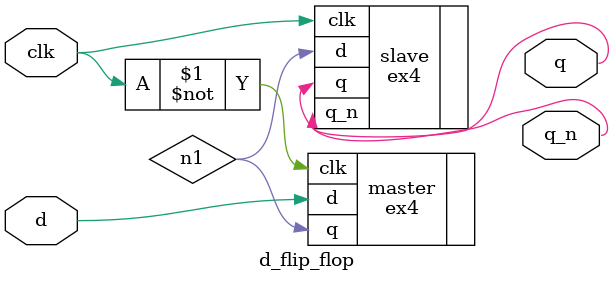
<source format=v>
module d_flip_flop ( input clk, input d, output q, output q_n ); wire n1;
ex4 master ( .clk ( ~clk ), .d ( d ), .q ( n1 ) );
ex4 slave ( .clk ( clk ), .d ( n1 ), .q ( q ), .q_n ( q_n ) ); 
endmodule

</source>
